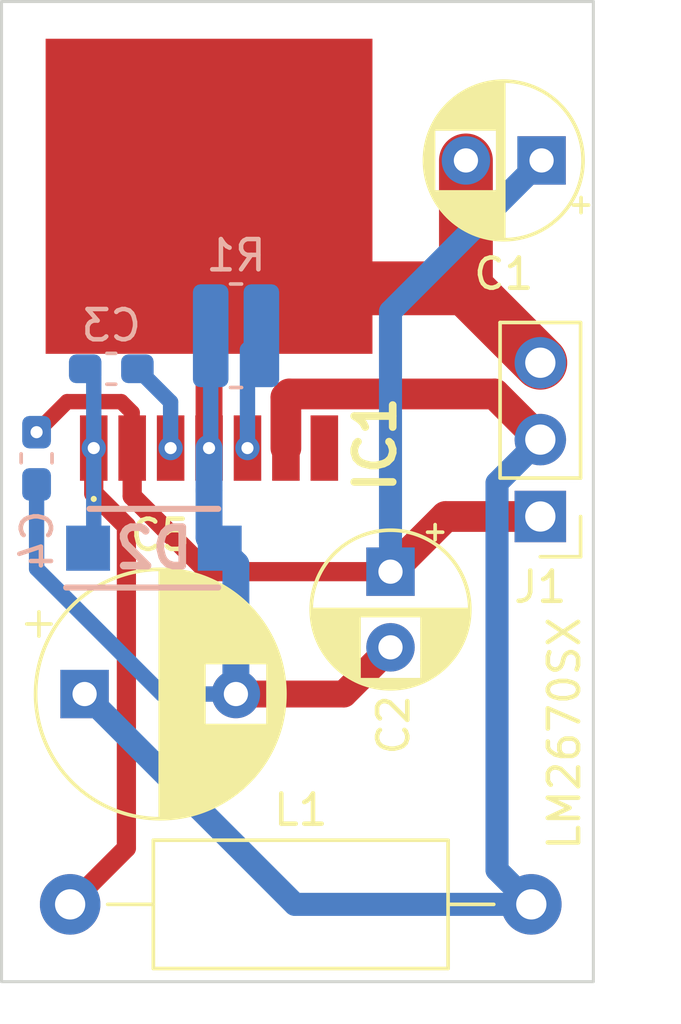
<source format=kicad_pcb>
(kicad_pcb (version 20221018) (generator pcbnew)
  (layers (0 "F.Cu" signal) (31 "B.Cu" signal) (34 "B.Paste" user) (35 "F.Paste" user) (36 "B.SilkS" user "B.Silkscreen") (37 "F.SilkS" user "F.Silkscreen") (38 "B.Mask" user) (39 "F.Mask" user) (44 "Edge.Cuts" user))
  (net 0 "")
  (net 1 "+VDC")
  (net 2 "GND")
  (net 3 "Net-(IC1-CBOOST{slash}CB)")
  (net 4 "Net-(IC1-SWITCH_OUTPUT)")
  (net 5 "+3V3")
  (net 6 "Net-(IC1-SYNC)")
  (footprint "Connector_PinHeader_2.54mm:PinHeader_1x03_P2.54mm_Vertical" (layer "F.Cu") (at 188.7477 101.4702 180)
    (fp_text reference "J1" (at 0 -2.33 180) (layer "F.SilkS"))
    (fp_text value "Conn_01x03")
    (fp_line (start -1.33 -1.33) (end 0 -1.33) (stroke (width 0.12)) (layer "F.SilkS"))
    (fp_line (start -1.33 0) (end -1.33 -1.33) (stroke (width 0.12)) (layer "F.SilkS"))
    (fp_line (start -1.33 1.27) (end -1.33 6.41) (stroke (width 0.12)) (layer "F.SilkS"))
    (fp_line (start -1.33 1.27) (end 1.33 1.27) (stroke (width 0.12)) (layer "F.SilkS"))
    (fp_line (start -1.33 6.41) (end 1.33 6.41) (stroke (width 0.12)) (layer "F.SilkS"))
    (fp_line (start 1.33 1.27) (end 1.33 6.41) (stroke (width 0.12)) (layer "F.SilkS"))
    (pad "1" thru_hole rect (at 0 0 180) (size 1.7 1.7) (drill 1) (layers "*.Cu" "*.Mask") (net 1 "+VDC"))
    (pad "2" thru_hole oval (at 0 2.54 180) (size 1.7 1.7) (drill 1) (layers "*.Cu" "*.Mask") (net 5 "+3V3"))
    (pad "3" thru_hole oval (at 0 5.08 180) (size 1.7 1.7) (drill 1) (layers "*.Cu" "*.Mask") (net 2 "GND"))
  )
  (footprint "Capacitor_THT:CP_Radial_D5.0mm_P2.50mm" (layer "F.Cu") (at 183.796514 103.293055 -90)
    (fp_text reference "C2" (at 5.063043 -0.099899 90) (layer "F.SilkS"))
    (fp_text value "15uF")
    (fp_line (start -1.554775 -1.475) (end -1.054775 -1.475) (stroke (width 0.12)) (layer "F.SilkS"))
    (fp_line (start -1.304775 -1.725) (end -1.304775 -1.225) (stroke (width 0.12)) (layer "F.SilkS"))
    (fp_line (start 1.25 -2.58) (end 1.25 2.58) (stroke (width 0.12)) (layer "F.SilkS"))
    (fp_line (start 1.29 -2.58) (end 1.29 2.58) (stroke (width 0.12)) (layer "F.SilkS"))
    (fp_line (start 1.33 -2.579) (end 1.33 2.579) (stroke (width 0.12)) (layer "F.SilkS"))
    (fp_line (start 1.37 -2.578) (end 1.37 2.578) (stroke (width 0.12)) (layer "F.SilkS"))
    (fp_line (start 1.41 -2.576) (end 1.41 2.576) (stroke (width 0.12)) (layer "F.SilkS"))
    (fp_line (start 1.45 -2.573) (end 1.45 2.573) (stroke (width 0.12)) (layer "F.SilkS"))
    (fp_line (start 1.49 -2.569) (end 1.49 -1.04) (stroke (width 0.12)) (layer "F.SilkS"))
    (fp_line (start 1.49 1.04) (end 1.49 2.569) (stroke (width 0.12)) (layer "F.SilkS"))
    (fp_line (start 1.53 -2.565) (end 1.53 -1.04) (stroke (width 0.12)) (layer "F.SilkS"))
    (fp_line (start 1.53 1.04) (end 1.53 2.565) (stroke (width 0.12)) (layer "F.SilkS"))
    (fp_line (start 1.57 -2.561) (end 1.57 -1.04) (stroke (width 0.12)) (layer "F.SilkS"))
    (fp_line (start 1.57 1.04) (end 1.57 2.561) (stroke (width 0.12)) (layer "F.SilkS"))
    (fp_line (start 1.61 -2.556) (end 1.61 -1.04) (stroke (width 0.12)) (layer "F.SilkS"))
    (fp_line (start 1.61 1.04) (end 1.61 2.556) (stroke (width 0.12)) (layer "F.SilkS"))
    (fp_line (start 1.65 -2.55) (end 1.65 -1.04) (stroke (width 0.12)) (layer "F.SilkS"))
    (fp_line (start 1.65 1.04) (end 1.65 2.55) (stroke (width 0.12)) (layer "F.SilkS"))
    (fp_line (start 1.69 -2.543) (end 1.69 -1.04) (stroke (width 0.12)) (layer "F.SilkS"))
    (fp_line (start 1.69 1.04) (end 1.69 2.543) (stroke (width 0.12)) (layer "F.SilkS"))
    (fp_line (start 1.73 -2.536) (end 1.73 -1.04) (stroke (width 0.12)) (layer "F.SilkS"))
    (fp_line (start 1.73 1.04) (end 1.73 2.536) (stroke (width 0.12)) (layer "F.SilkS"))
    (fp_line (start 1.77 -2.528) (end 1.77 -1.04) (stroke (width 0.12)) (layer "F.SilkS"))
    (fp_line (start 1.77 1.04) (end 1.77 2.528) (stroke (width 0.12)) (layer "F.SilkS"))
    (fp_line (start 1.81 -2.52) (end 1.81 -1.04) (stroke (width 0.12)) (layer "F.SilkS"))
    (fp_line (start 1.81 1.04) (end 1.81 2.52) (stroke (width 0.12)) (layer "F.SilkS"))
    (fp_line (start 1.85 -2.511) (end 1.85 -1.04) (stroke (width 0.12)) (layer "F.SilkS"))
    (fp_line (start 1.85 1.04) (end 1.85 2.511) (stroke (width 0.12)) (layer "F.SilkS"))
    (fp_line (start 1.89 -2.501) (end 1.89 -1.04) (stroke (width 0.12)) (layer "F.SilkS"))
    (fp_line (start 1.89 1.04) (end 1.89 2.501) (stroke (width 0.12)) (layer "F.SilkS"))
    (fp_line (start 1.93 -2.491) (end 1.93 -1.04) (stroke (width 0.12)) (layer "F.SilkS"))
    (fp_line (start 1.93 1.04) (end 1.93 2.491) (stroke (width 0.12)) (layer "F.SilkS"))
    (fp_line (start 1.971 -2.48) (end 1.971 -1.04) (stroke (width 0.12)) (layer "F.SilkS"))
    (fp_line (start 1.971 1.04) (end 1.971 2.48) (stroke (width 0.12)) (layer "F.SilkS"))
    (fp_line (start 2.011 -2.468) (end 2.011 -1.04) (stroke (width 0.12)) (layer "F.SilkS"))
    (fp_line (start 2.011 1.04) (end 2.011 2.468) (stroke (width 0.12)) (layer "F.SilkS"))
    (fp_line (start 2.051 -2.455) (end 2.051 -1.04) (stroke (width 0.12)) (layer "F.SilkS"))
    (fp_line (start 2.051 1.04) (end 2.051 2.455) (stroke (width 0.12)) (layer "F.SilkS"))
    (fp_line (start 2.091 -2.442) (end 2.091 -1.04) (stroke (width 0.12)) (layer "F.SilkS"))
    (fp_line (start 2.091 1.04) (end 2.091 2.442) (stroke (width 0.12)) (layer "F.SilkS"))
    (fp_line (start 2.131 -2.428) (end 2.131 -1.04) (stroke (width 0.12)) (layer "F.SilkS"))
    (fp_line (start 2.131 1.04) (end 2.131 2.428) (stroke (width 0.12)) (layer "F.SilkS"))
    (fp_line (start 2.171 -2.414) (end 2.171 -1.04) (stroke (width 0.12)) (layer "F.SilkS"))
    (fp_line (start 2.171 1.04) (end 2.171 2.414) (stroke (width 0.12)) (layer "F.SilkS"))
    (fp_line (start 2.211 -2.398) (end 2.211 -1.04) (stroke (width 0.12)) (layer "F.SilkS"))
    (fp_line (start 2.211 1.04) (end 2.211 2.398) (stroke (width 0.12)) (layer "F.SilkS"))
    (fp_line (start 2.251 -2.382) (end 2.251 -1.04) (stroke (width 0.12)) (layer "F.SilkS"))
    (fp_line (start 2.251 1.04) (end 2.251 2.382) (stroke (width 0.12)) (layer "F.SilkS"))
    (fp_line (start 2.291 -2.365) (end 2.291 -1.04) (stroke (width 0.12)) (layer "F.SilkS"))
    (fp_line (start 2.291 1.04) (end 2.291 2.365) (stroke (width 0.12)) (layer "F.SilkS"))
    (fp_line (start 2.331 -2.348) (end 2.331 -1.04) (stroke (width 0.12)) (layer "F.SilkS"))
    (fp_line (start 2.331 1.04) (end 2.331 2.348) (stroke (width 0.12)) (layer "F.SilkS"))
    (fp_line (start 2.371 -2.329) (end 2.371 -1.04) (stroke (width 0.12)) (layer "F.SilkS"))
    (fp_line (start 2.371 1.04) (end 2.371 2.329) (stroke (width 0.12)) (layer "F.SilkS"))
    (fp_line (start 2.411 -2.31) (end 2.411 -1.04) (stroke (width 0.12)) (layer "F.SilkS"))
    (fp_line (start 2.411 1.04) (end 2.411 2.31) (stroke (width 0.12)) (layer "F.SilkS"))
    (fp_line (start 2.451 -2.29) (end 2.451 -1.04) (stroke (width 0.12)) (layer "F.SilkS"))
    (fp_line (start 2.451 1.04) (end 2.451 2.29) (stroke (width 0.12)) (layer "F.SilkS"))
    (fp_line (start 2.491 -2.268) (end 2.491 -1.04) (stroke (width 0.12)) (layer "F.SilkS"))
    (fp_line (start 2.491 1.04) (end 2.491 2.268) (stroke (width 0.12)) (layer "F.SilkS"))
    (fp_line (start 2.531 -2.247) (end 2.531 -1.04) (stroke (width 0.12)) (layer "F.SilkS"))
    (fp_line (start 2.531 1.04) (end 2.531 2.247) (stroke (width 0.12)) (layer "F.SilkS"))
    (fp_line (start 2.571 -2.224) (end 2.571 -1.04) (stroke (width 0.12)) (layer "F.SilkS"))
    (fp_line (start 2.571 1.04) (end 2.571 2.224) (stroke (width 0.12)) (layer "F.SilkS"))
    (fp_line (start 2.611 -2.2) (end 2.611 -1.04) (stroke (width 0.12)) (layer "F.SilkS"))
    (fp_line (start 2.611 1.04) (end 2.611 2.2) (stroke (width 0.12)) (layer "F.SilkS"))
    (fp_line (start 2.651 -2.175) (end 2.651 -1.04) (stroke (width 0.12)) (layer "F.SilkS"))
    (fp_line (start 2.651 1.04) (end 2.651 2.175) (stroke (width 0.12)) (layer "F.SilkS"))
    (fp_line (start 2.691 -2.149) (end 2.691 -1.04) (stroke (width 0.12)) (layer "F.SilkS"))
    (fp_line (start 2.691 1.04) (end 2.691 2.149) (stroke (width 0.12)) (layer "F.SilkS"))
    (fp_line (start 2.731 -2.122) (end 2.731 -1.04) (stroke (width 0.12)) (layer "F.SilkS"))
    (fp_line (start 2.731 1.04) (end 2.731 2.122) (stroke (width 0.12)) (layer "F.SilkS"))
    (fp_line (start 2.771 -2.095) (end 2.771 -1.04) (stroke (width 0.12)) (layer "F.SilkS"))
    (fp_line (start 2.771 1.04) (end 2.771 2.095) (stroke (width 0.12)) (layer "F.SilkS"))
    (fp_line (start 2.811 -2.065) (end 2.811 -1.04) (stroke (width 0.12)) (layer "F.SilkS"))
    (fp_line (start 2.811 1.04) (end 2.811 2.065) (stroke (width 0.12)) (layer "F.SilkS"))
    (fp_line (start 2.851 -2.035) (end 2.851 -1.04) (stroke (width 0.12)) (layer "F.SilkS"))
    (fp_line (start 2.851 1.04) (end 2.851 2.035) (stroke (width 0.12)) (layer "F.SilkS"))
    (fp_line (start 2.891 -2.004) (end 2.891 -1.04) (stroke (width 0.12)) (layer "F.SilkS"))
    (fp_line (start 2.891 1.04) (end 2.891 2.004) (stroke (width 0.12)) (layer "F.SilkS"))
    (fp_line (start 2.931 -1.971) (end 2.931 -1.04) (stroke (width 0.12)) (layer "F.SilkS"))
    (fp_line (start 2.931 1.04) (end 2.931 1.971) (stroke (width 0.12)) (layer "F.SilkS"))
    (fp_line (start 2.971 -1.937) (end 2.971 -1.04) (stroke (width 0.12)) (layer "F.SilkS"))
    (fp_line (start 2.971 1.04) (end 2.971 1.937) (stroke (width 0.12)) (layer "F.SilkS"))
    (fp_line (start 3.011 -1.901) (end 3.011 -1.04) (stroke (width 0.12)) (layer "F.SilkS"))
    (fp_line (start 3.011 1.04) (end 3.011 1.901) (stroke (width 0.12)) (layer "F.SilkS"))
    (fp_line (start 3.051 -1.864) (end 3.051 -1.04) (stroke (width 0.12)) (layer "F.SilkS"))
    (fp_line (start 3.051 1.04) (end 3.051 1.864) (stroke (width 0.12)) (layer "F.SilkS"))
    (fp_line (start 3.091 -1.826) (end 3.091 -1.04) (stroke (width 0.12)) (layer "F.SilkS"))
    (fp_line (start 3.091 1.04) (end 3.091 1.826) (stroke (width 0.12)) (layer "F.SilkS"))
    (fp_line (start 3.131 -1.785) (end 3.131 -1.04) (stroke (width 0.12)) (layer "F.SilkS"))
    (fp_line (start 3.131 1.04) (end 3.131 1.785) (stroke (width 0.12)) (layer "F.SilkS"))
    (fp_line (start 3.171 -1.743) (end 3.171 -1.04) (stroke (width 0.12)) (layer "F.SilkS"))
    (fp_line (start 3.171 1.04) (end 3.171 1.743) (stroke (width 0.12)) (layer "F.SilkS"))
    (fp_line (start 3.211 -1.699) (end 3.211 -1.04) (stroke (width 0.12)) (layer "F.SilkS"))
    (fp_line (start 3.211 1.04) (end 3.211 1.699) (stroke (width 0.12)) (layer "F.SilkS"))
    (fp_line (start 3.251 -1.653) (end 3.251 -1.04) (stroke (width 0.12)) (layer "F.SilkS"))
    (fp_line (start 3.251 1.04) (end 3.251 1.653) (stroke (width 0.12)) (layer "F.SilkS"))
    (fp_line (start 3.291 -1.605) (end 3.291 -1.04) (stroke (width 0.12)) (layer "F.SilkS"))
    (fp_line (start 3.291 1.04) (end 3.291 1.605) (stroke (width 0.12)) (layer "F.SilkS"))
    (fp_line (start 3.331 -1.554) (end 3.331 -1.04) (stroke (width 0.12)) (layer "F.SilkS"))
    (fp_line (start 3.331 1.04) (end 3.331 1.554) (stroke (width 0.12)) (layer "F.SilkS"))
    (fp_line (start 3.371 -1.5) (end 3.371 -1.04) (stroke (width 0.12)) (layer "F.SilkS"))
    (fp_line (start 3.371 1.04) (end 3.371 1.5) (stroke (width 0.12)) (layer "F.SilkS"))
    (fp_line (start 3.411 -1.443) (end 3.411 -1.04) (stroke (width 0.12)) (layer "F.SilkS"))
    (fp_line (start 3.411 1.04) (end 3.411 1.443) (stroke (width 0.12)) (layer "F.SilkS"))
    (fp_line (start 3.451 -1.383) (end 3.451 -1.04) (stroke (width 0.12)) (layer "F.SilkS"))
    (fp_line (start 3.451 1.04) (end 3.451 1.383) (stroke (width 0.12)) (layer "F.SilkS"))
    (fp_line (start 3.491 -1.319) (end 3.491 -1.04) (stroke (width 0.12)) (layer "F.SilkS"))
    (fp_line (start 3.491 1.04) (end 3.491 1.319) (stroke (width 0.12)) (layer "F.SilkS"))
    (fp_line (start 3.531 -1.251) (end 3.531 -1.04) (stroke (width 0.12)) (layer "F.SilkS"))
    (fp_line (start 3.531 1.04) (end 3.531 1.251) (stroke (width 0.12)) (layer "F.SilkS"))
    (fp_line (start 3.571 -1.178) (end 3.571 1.178) (stroke (width 0.12)) (layer "F.SilkS"))
    (fp_line (start 3.611 -1.098) (end 3.611 1.098) (stroke (width 0.12)) (layer "F.SilkS"))
    (fp_line (start 3.651 -1.011) (end 3.651 1.011) (stroke (width 0.12)) (layer "F.SilkS"))
    (fp_line (start 3.691 -0.915) (end 3.691 0.915) (stroke (width 0.12)) (layer "F.SilkS"))
    (fp_line (start 3.731 -0.805) (end 3.731 0.805) (stroke (width 0.12)) (layer "F.SilkS"))
    (fp_line (start 3.771 -0.677) (end 3.771 0.677) (stroke (width 0.12)) (layer "F.SilkS"))
    (fp_line (start 3.811 -0.518) (end 3.811 0.518) (stroke (width 0.12)) (layer "F.SilkS"))
    (fp_line (start 3.851 -0.284) (end 3.851 0.284) (stroke (width 0.12)) (layer "F.SilkS"))
    (fp_circle (center 1.25 0) (end 3.87 0) (stroke (width 0.12)) (fill none) (layer "F.SilkS"))
    (pad "1" thru_hole rect (at 0 0 270) (size 1.6 1.6) (drill 0.8) (layers "*.Cu" "*.Mask") (net 1 "+VDC"))
    (pad "2" thru_hole circle (at 2.5 0 270) (size 1.6 1.6) (drill 0.8) (layers "*.Cu" "*.Mask") (net 2 "GND"))
  )
  (footprint "Capacitor_THT:CP_Radial_D5.0mm_P2.50mm" (layer "F.Cu") (at 188.788945 89.705684 180)
    (fp_text reference "C1" (at 1.25 -3.75) (layer "F.SilkS"))
    (fp_text value "15uF")
    (fp_line (start -1.554775 -1.475) (end -1.054775 -1.475) (stroke (width 0.12)) (layer "F.SilkS"))
    (fp_line (start -1.304775 -1.725) (end -1.304775 -1.225) (stroke (width 0.12)) (layer "F.SilkS"))
    (fp_line (start 1.25 -2.58) (end 1.25 2.58) (stroke (width 0.12)) (layer "F.SilkS"))
    (fp_line (start 1.29 -2.58) (end 1.29 2.58) (stroke (width 0.12)) (layer "F.SilkS"))
    (fp_line (start 1.33 -2.579) (end 1.33 2.579) (stroke (width 0.12)) (layer "F.SilkS"))
    (fp_line (start 1.37 -2.578) (end 1.37 2.578) (stroke (width 0.12)) (layer "F.SilkS"))
    (fp_line (start 1.41 -2.576) (end 1.41 2.576) (stroke (width 0.12)) (layer "F.SilkS"))
    (fp_line (start 1.45 -2.573) (end 1.45 2.573) (stroke (width 0.12)) (layer "F.SilkS"))
    (fp_line (start 1.49 -2.569) (end 1.49 -1.04) (stroke (width 0.12)) (layer "F.SilkS"))
    (fp_line (start 1.49 1.04) (end 1.49 2.569) (stroke (width 0.12)) (layer "F.SilkS"))
    (fp_line (start 1.53 -2.565) (end 1.53 -1.04) (stroke (width 0.12)) (layer "F.SilkS"))
    (fp_line (start 1.53 1.04) (end 1.53 2.565) (stroke (width 0.12)) (layer "F.SilkS"))
    (fp_line (start 1.57 -2.561) (end 1.57 -1.04) (stroke (width 0.12)) (layer "F.SilkS"))
    (fp_line (start 1.57 1.04) (end 1.57 2.561) (stroke (width 0.12)) (layer "F.SilkS"))
    (fp_line (start 1.61 -2.556) (end 1.61 -1.04) (stroke (width 0.12)) (layer "F.SilkS"))
    (fp_line (start 1.61 1.04) (end 1.61 2.556) (stroke (width 0.12)) (layer "F.SilkS"))
    (fp_line (start 1.65 -2.55) (end 1.65 -1.04) (stroke (width 0.12)) (layer "F.SilkS"))
    (fp_line (start 1.65 1.04) (end 1.65 2.55) (stroke (width 0.12)) (layer "F.SilkS"))
    (fp_line (start 1.69 -2.543) (end 1.69 -1.04) (stroke (width 0.12)) (layer "F.SilkS"))
    (fp_line (start 1.69 1.04) (end 1.69 2.543) (stroke (width 0.12)) (layer "F.SilkS"))
    (fp_line (start 1.73 -2.536) (end 1.73 -1.04) (stroke (width 0.12)) (layer "F.SilkS"))
    (fp_line (start 1.73 1.04) (end 1.73 2.536) (stroke (width 0.12)) (layer "F.SilkS"))
    (fp_line (start 1.77 -2.528) (end 1.77 -1.04) (stroke (width 0.12)) (layer "F.SilkS"))
    (fp_line (start 1.77 1.04) (end 1.77 2.528) (stroke (width 0.12)) (layer "F.SilkS"))
    (fp_line (start 1.81 -2.52) (end 1.81 -1.04) (stroke (width 0.12)) (layer "F.SilkS"))
    (fp_line (start 1.81 1.04) (end 1.81 2.52) (stroke (width 0.12)) (layer "F.SilkS"))
    (fp_line (start 1.85 -2.511) (end 1.85 -1.04) (stroke (width 0.12)) (layer "F.SilkS"))
    (fp_line (start 1.85 1.04) (end 1.85 2.511) (stroke (width 0.12)) (layer "F.SilkS"))
    (fp_line (start 1.89 -2.501) (end 1.89 -1.04) (stroke (width 0.12)) (layer "F.SilkS"))
    (fp_line (start 1.89 1.04) (end 1.89 2.501) (stroke (width 0.12)) (layer "F.SilkS"))
    (fp_line (start 1.93 -2.491) (end 1.93 -1.04) (stroke (width 0.12)) (layer "F.SilkS"))
    (fp_line (start 1.93 1.04) (end 1.93 2.491) (stroke (width 0.12)) (layer "F.SilkS"))
    (fp_line (start 1.971 -2.48) (end 1.971 -1.04) (stroke (width 0.12)) (layer "F.SilkS"))
    (fp_line (start 1.971 1.04) (end 1.971 2.48) (stroke (width 0.12)) (layer "F.SilkS"))
    (fp_line (start 2.011 -2.468) (end 2.011 -1.04) (stroke (width 0.12)) (layer "F.SilkS"))
    (fp_line (start 2.011 1.04) (end 2.011 2.468) (stroke (width 0.12)) (layer "F.SilkS"))
    (fp_line (start 2.051 -2.455) (end 2.051 -1.04) (stroke (width 0.12)) (layer "F.SilkS"))
    (fp_line (start 2.051 1.04) (end 2.051 2.455) (stroke (width 0.12)) (layer "F.SilkS"))
    (fp_line (start 2.091 -2.442) (end 2.091 -1.04) (stroke (width 0.12)) (layer "F.SilkS"))
    (fp_line (start 2.091 1.04) (end 2.091 2.442) (stroke (width 0.12)) (layer "F.SilkS"))
    (fp_line (start 2.131 -2.428) (end 2.131 -1.04) (stroke (width 0.12)) (layer "F.SilkS"))
    (fp_line (start 2.131 1.04) (end 2.131 2.428) (stroke (width 0.12)) (layer "F.SilkS"))
    (fp_line (start 2.171 -2.414) (end 2.171 -1.04) (stroke (width 0.12)) (layer "F.SilkS"))
    (fp_line (start 2.171 1.04) (end 2.171 2.414) (stroke (width 0.12)) (layer "F.SilkS"))
    (fp_line (start 2.211 -2.398) (end 2.211 -1.04) (stroke (width 0.12)) (layer "F.SilkS"))
    (fp_line (start 2.211 1.04) (end 2.211 2.398) (stroke (width 0.12)) (layer "F.SilkS"))
    (fp_line (start 2.251 -2.382) (end 2.251 -1.04) (stroke (width 0.12)) (layer "F.SilkS"))
    (fp_line (start 2.251 1.04) (end 2.251 2.382) (stroke (width 0.12)) (layer "F.SilkS"))
    (fp_line (start 2.291 -2.365) (end 2.291 -1.04) (stroke (width 0.12)) (layer "F.SilkS"))
    (fp_line (start 2.291 1.04) (end 2.291 2.365) (stroke (width 0.12)) (layer "F.SilkS"))
    (fp_line (start 2.331 -2.348) (end 2.331 -1.04) (stroke (width 0.12)) (layer "F.SilkS"))
    (fp_line (start 2.331 1.04) (end 2.331 2.348) (stroke (width 0.12)) (layer "F.SilkS"))
    (fp_line (start 2.371 -2.329) (end 2.371 -1.04) (stroke (width 0.12)) (layer "F.SilkS"))
    (fp_line (start 2.371 1.04) (end 2.371 2.329) (stroke (width 0.12)) (layer "F.SilkS"))
    (fp_line (start 2.411 -2.31) (end 2.411 -1.04) (stroke (width 0.12)) (layer "F.SilkS"))
    (fp_line (start 2.411 1.04) (end 2.411 2.31) (stroke (width 0.12)) (layer "F.SilkS"))
    (fp_line (start 2.451 -2.29) (end 2.451 -1.04) (stroke (width 0.12)) (layer "F.SilkS"))
    (fp_line (start 2.451 1.04) (end 2.451 2.29) (stroke (width 0.12)) (layer "F.SilkS"))
    (fp_line (start 2.491 -2.268) (end 2.491 -1.04) (stroke (width 0.12)) (layer "F.SilkS"))
    (fp_line (start 2.491 1.04) (end 2.491 2.268) (stroke (width 0.12)) (layer "F.SilkS"))
    (fp_line (start 2.531 -2.247) (end 2.531 -1.04) (stroke (width 0.12)) (layer "F.SilkS"))
    (fp_line (start 2.531 1.04) (end 2.531 2.247) (stroke (width 0.12)) (layer "F.SilkS"))
    (fp_line (start 2.571 -2.224) (end 2.571 -1.04) (stroke (width 0.12)) (layer "F.SilkS"))
    (fp_line (start 2.571 1.04) (end 2.571 2.224) (stroke (width 0.12)) (layer "F.SilkS"))
    (fp_line (start 2.611 -2.2) (end 2.611 -1.04) (stroke (width 0.12)) (layer "F.SilkS"))
    (fp_line (start 2.611 1.04) (end 2.611 2.2) (stroke (width 0.12)) (layer "F.SilkS"))
    (fp_line (start 2.651 -2.175) (end 2.651 -1.04) (stroke (width 0.12)) (layer "F.SilkS"))
    (fp_line (start 2.651 1.04) (end 2.651 2.175) (stroke (width 0.12)) (layer "F.SilkS"))
    (fp_line (start 2.691 -2.149) (end 2.691 -1.04) (stroke (width 0.12)) (layer "F.SilkS"))
    (fp_line (start 2.691 1.04) (end 2.691 2.149) (stroke (width 0.12)) (layer "F.SilkS"))
    (fp_line (start 2.731 -2.122) (end 2.731 -1.04) (stroke (width 0.12)) (layer "F.SilkS"))
    (fp_line (start 2.731 1.04) (end 2.731 2.122) (stroke (width 0.12)) (layer "F.SilkS"))
    (fp_line (start 2.771 -2.095) (end 2.771 -1.04) (stroke (width 0.12)) (layer "F.SilkS"))
    (fp_line (start 2.771 1.04) (end 2.771 2.095) (stroke (width 0.12)) (layer "F.SilkS"))
    (fp_line (start 2.811 -2.065) (end 2.811 -1.04) (stroke (width 0.12)) (layer "F.SilkS"))
    (fp_line (start 2.811 1.04) (end 2.811 2.065) (stroke (width 0.12)) (layer "F.SilkS"))
    (fp_line (start 2.851 -2.035) (end 2.851 -1.04) (stroke (width 0.12)) (layer "F.SilkS"))
    (fp_line (start 2.851 1.04) (end 2.851 2.035) (stroke (width 0.12)) (layer "F.SilkS"))
    (fp_line (start 2.891 -2.004) (end 2.891 -1.04) (stroke (width 0.12)) (layer "F.SilkS"))
    (fp_line (start 2.891 1.04) (end 2.891 2.004) (stroke (width 0.12)) (layer "F.SilkS"))
    (fp_line (start 2.931 -1.971) (end 2.931 -1.04) (stroke (width 0.12)) (layer "F.SilkS"))
    (fp_line (start 2.931 1.04) (end 2.931 1.971) (stroke (width 0.12)) (layer "F.SilkS"))
    (fp_line (start 2.971 -1.937) (end 2.971 -1.04) (stroke (width 0.12)) (layer "F.SilkS"))
    (fp_line (start 2.971 1.04) (end 2.971 1.937) (stroke (width 0.12)) (layer "F.SilkS"))
    (fp_line (start 3.011 -1.901) (end 3.011 -1.04) (stroke (width 0.12)) (layer "F.SilkS"))
    (fp_line (start 3.011 1.04) (end 3.011 1.901) (stroke (width 0.12)) (layer "F.SilkS"))
    (fp_line (start 3.051 -1.864) (end 3.051 -1.04) (stroke (width 0.12)) (layer "F.SilkS"))
    (fp_line (start 3.051 1.04) (end 3.051 1.864) (stroke (width 0.12)) (layer "F.SilkS"))
    (fp_line (start 3.091 -1.826) (end 3.091 -1.04) (stroke (width 0.12)) (layer "F.SilkS"))
    (fp_line (start 3.091 1.04) (end 3.091 1.826) (stroke (width 0.12)) (layer "F.SilkS"))
    (fp_line (start 3.131 -1.785) (end 3.131 -1.04) (stroke (width 0.12)) (layer "F.SilkS"))
    (fp_line (start 3.131 1.04) (end 3.131 1.785) (stroke (width 0.12)) (layer "F.SilkS"))
    (fp_line (start 3.171 -1.743) (end 3.171 -1.04) (stroke (width 0.12)) (layer "F.SilkS"))
    (fp_line (start 3.171 1.04) (end 3.171 1.743) (stroke (width 0.12)) (layer "F.SilkS"))
    (fp_line (start 3.211 -1.699) (end 3.211 -1.04) (stroke (width 0.12)) (layer "F.SilkS"))
    (fp_line (start 3.211 1.04) (end 3.211 1.699) (stroke (width 0.12)) (layer "F.SilkS"))
    (fp_line (start 3.251 -1.653) (end 3.251 -1.04) (stroke (width 0.12)) (layer "F.SilkS"))
    (fp_line (start 3.251 1.04) (end 3.251 1.653) (stroke (width 0.12)) (layer "F.SilkS"))
    (fp_line (start 3.291 -1.605) (end 3.291 -1.04) (stroke (width 0.12)) (layer "F.SilkS"))
    (fp_line (start 3.291 1.04) (end 3.291 1.605) (stroke (width 0.12)) (layer "F.SilkS"))
    (fp_line (start 3.331 -1.554) (end 3.331 -1.04) (stroke (width 0.12)) (layer "F.SilkS"))
    (fp_line (start 3.331 1.04) (end 3.331 1.554) (stroke (width 0.12)) (layer "F.SilkS"))
    (fp_line (start 3.371 -1.5) (end 3.371 -1.04) (stroke (width 0.12)) (layer "F.SilkS"))
    (fp_line (start 3.371 1.04) (end 3.371 1.5) (stroke (width 0.12)) (layer "F.SilkS"))
    (fp_line (start 3.411 -1.443) (end 3.411 -1.04) (stroke (width 0.12)) (layer "F.SilkS"))
    (fp_line (start 3.411 1.04) (end 3.411 1.443) (stroke (width 0.12)) (layer "F.SilkS"))
    (fp_line (start 3.451 -1.383) (end 3.451 -1.04) (stroke (width 0.12)) (layer "F.SilkS"))
    (fp_line (start 3.451 1.04) (end 3.451 1.383) (stroke (width 0.12)) (layer "F.SilkS"))
    (fp_line (start 3.491 -1.319) (end 3.491 -1.04) (stroke (width 0.12)) (layer "F.SilkS"))
    (fp_line (start 3.491 1.04) (end 3.491 1.319) (stroke (width 0.12)) (layer "F.SilkS"))
    (fp_line (start 3.531 -1.251) (end 3.531 -1.04) (stroke (width 0.12)) (layer "F.SilkS"))
    (fp_line (start 3.531 1.04) (end 3.531 1.251) (stroke (width 0.12)) (layer "F.SilkS"))
    (fp_line (start 3.571 -1.178) (end 3.571 1.178) (stroke (width 0.12)) (layer "F.SilkS"))
    (fp_line (start 3.611 -1.098) (end 3.611 1.098) (stroke (width 0.12)) (layer "F.SilkS"))
    (fp_line (start 3.651 -1.011) (end 3.651 1.011) (stroke (width 0.12)) (layer "F.SilkS"))
    (fp_line (start 3.691 -0.915) (end 3.691 0.915) (stroke (width 0.12)) (layer "F.SilkS"))
    (fp_line (start 3.731 -0.805) (end 3.731 0.805) (stroke (width 0.12)) (layer "F.SilkS"))
    (fp_line (start 3.771 -0.677) (end 3.771 0.677) (stroke (width 0.12)) (layer "F.SilkS"))
    (fp_line (start 3.811 -0.518) (end 3.811 0.518) (stroke (width 0.12)) (layer "F.SilkS"))
    (fp_line (start 3.851 -0.284) (end 3.851 0.284) (stroke (width 0.12)) (layer "F.SilkS"))
    (fp_circle (center 1.25 0) (end 3.87 0) (stroke (width 0.12)) (fill none) (layer "F.SilkS"))
    (pad "1" thru_hole rect (at 0 0 180) (size 1.6 1.6) (drill 0.8) (layers "*.Cu" "*.Mask") (net 1 "+VDC"))
    (pad "2" thru_hole circle (at 2.5 0 180) (size 1.6 1.6) (drill 0.8) (layers "*.Cu" "*.Mask") (net 2 "GND"))
  )
  (footprint "Capacitor_THT:CP_Radial_D8.0mm_P5.00mm" (layer "F.Cu") (at 173.687637 107.336169)
    (fp_text reference "C5" (at 2.5 -5.25) (layer "F.SilkS"))
    (fp_text value "120uF")
    (fp_line (start -1.909698 -2.315) (end -1.109698 -2.315) (stroke (width 0.12)) (layer "F.SilkS"))
    (fp_line (start -1.509698 -2.715) (end -1.509698 -1.915) (stroke (width 0.12)) (layer "F.SilkS"))
    (fp_line (start 2.5 -4.08) (end 2.5 4.08) (stroke (width 0.12)) (layer "F.SilkS"))
    (fp_line (start 2.54 -4.08) (end 2.54 4.08) (stroke (width 0.12)) (layer "F.SilkS"))
    (fp_line (start 2.58 -4.08) (end 2.58 4.08) (stroke (width 0.12)) (layer "F.SilkS"))
    (fp_line (start 2.62 -4.079) (end 2.62 4.079) (stroke (width 0.12)) (layer "F.SilkS"))
    (fp_line (start 2.66 -4.077) (end 2.66 4.077) (stroke (width 0.12)) (layer "F.SilkS"))
    (fp_line (start 2.7 -4.076) (end 2.7 4.076) (stroke (width 0.12)) (layer "F.SilkS"))
    (fp_line (start 2.74 -4.074) (end 2.74 4.074) (stroke (width 0.12)) (layer "F.SilkS"))
    (fp_line (start 2.78 -4.071) (end 2.78 4.071) (stroke (width 0.12)) (layer "F.SilkS"))
    (fp_line (start 2.82 -4.068) (end 2.82 4.068) (stroke (width 0.12)) (layer "F.SilkS"))
    (fp_line (start 2.86 -4.065) (end 2.86 4.065) (stroke (width 0.12)) (layer "F.SilkS"))
    (fp_line (start 2.9 -4.061) (end 2.9 4.061) (stroke (width 0.12)) (layer "F.SilkS"))
    (fp_line (start 2.94 -4.057) (end 2.94 4.057) (stroke (width 0.12)) (layer "F.SilkS"))
    (fp_line (start 2.98 -4.052) (end 2.98 4.052) (stroke (width 0.12)) (layer "F.SilkS"))
    (fp_line (start 3.02 -4.048) (end 3.02 4.048) (stroke (width 0.12)) (layer "F.SilkS"))
    (fp_line (start 3.06 -4.042) (end 3.06 4.042) (stroke (width 0.12)) (layer "F.SilkS"))
    (fp_line (start 3.1 -4.037) (end 3.1 4.037) (stroke (width 0.12)) (layer "F.SilkS"))
    (fp_line (start 3.14 -4.03) (end 3.14 4.03) (stroke (width 0.12)) (layer "F.SilkS"))
    (fp_line (start 3.18 -4.024) (end 3.18 4.024) (stroke (width 0.12)) (layer "F.SilkS"))
    (fp_line (start 3.221 -4.017) (end 3.221 4.017) (stroke (width 0.12)) (layer "F.SilkS"))
    (fp_line (start 3.261 -4.01) (end 3.261 4.01) (stroke (width 0.12)) (layer "F.SilkS"))
    (fp_line (start 3.301 -4.002) (end 3.301 4.002) (stroke (width 0.12)) (layer "F.SilkS"))
    (fp_line (start 3.341 -3.994) (end 3.341 3.994) (stroke (width 0.12)) (layer "F.SilkS"))
    (fp_line (start 3.381 -3.985) (end 3.381 3.985) (stroke (width 0.12)) (layer "F.SilkS"))
    (fp_line (start 3.421 -3.976) (end 3.421 3.976) (stroke (width 0.12)) (layer "F.SilkS"))
    (fp_line (start 3.461 -3.967) (end 3.461 3.967) (stroke (width 0.12)) (layer "F.SilkS"))
    (fp_line (start 3.501 -3.957) (end 3.501 3.957) (stroke (width 0.12)) (layer "F.SilkS"))
    (fp_line (start 3.541 -3.947) (end 3.541 3.947) (stroke (width 0.12)) (layer "F.SilkS"))
    (fp_line (start 3.581 -3.936) (end 3.581 3.936) (stroke (width 0.12)) (layer "F.SilkS"))
    (fp_line (start 3.621 -3.925) (end 3.621 3.925) (stroke (width 0.12)) (layer "F.SilkS"))
    (fp_line (start 3.661 -3.914) (end 3.661 3.914) (stroke (width 0.12)) (layer "F.SilkS"))
    (fp_line (start 3.701 -3.902) (end 3.701 3.902) (stroke (width 0.12)) (layer "F.SilkS"))
    (fp_line (start 3.741 -3.889) (end 3.741 3.889) (stroke (width 0.12)) (layer "F.SilkS"))
    (fp_line (start 3.781 -3.877) (end 3.781 3.877) (stroke (width 0.12)) (layer "F.SilkS"))
    (fp_line (start 3.821 -3.863) (end 3.821 3.863) (stroke (width 0.12)) (layer "F.SilkS"))
    (fp_line (start 3.861 -3.85) (end 3.861 3.85) (stroke (width 0.12)) (layer "F.SilkS"))
    (fp_line (start 3.901 -3.835) (end 3.901 3.835) (stroke (width 0.12)) (layer "F.SilkS"))
    (fp_line (start 3.941 -3.821) (end 3.941 3.821) (stroke (width 0.12)) (layer "F.SilkS"))
    (fp_line (start 3.981 -3.805) (end 3.981 -1.04) (stroke (width 0.12)) (layer "F.SilkS"))
    (fp_line (start 3.981 1.04) (end 3.981 3.805) (stroke (width 0.12)) (layer "F.SilkS"))
    (fp_line (start 4.021 -3.79) (end 4.021 -1.04) (stroke (width 0.12)) (layer "F.SilkS"))
    (fp_line (start 4.021 1.04) (end 4.021 3.79) (stroke (width 0.12)) (layer "F.SilkS"))
    (fp_line (start 4.061 -3.774) (end 4.061 -1.04) (stroke (width 0.12)) (layer "F.SilkS"))
    (fp_line (start 4.061 1.04) (end 4.061 3.774) (stroke (width 0.12)) (layer "F.SilkS"))
    (fp_line (start 4.101 -3.757) (end 4.101 -1.04) (stroke (width 0.12)) (layer "F.SilkS"))
    (fp_line (start 4.101 1.04) (end 4.101 3.757) (stroke (width 0.12)) (layer "F.SilkS"))
    (fp_line (start 4.141 -3.74) (end 4.141 -1.04) (stroke (width 0.12)) (layer "F.SilkS"))
    (fp_line (start 4.141 1.04) (end 4.141 3.74) (stroke (width 0.12)) (layer "F.SilkS"))
    (fp_line (start 4.181 -3.722) (end 4.181 -1.04) (stroke (width 0.12)) (layer "F.SilkS"))
    (fp_line (start 4.181 1.04) (end 4.181 3.722) (stroke (width 0.12)) (layer "F.SilkS"))
    (fp_line (start 4.221 -3.704) (end 4.221 -1.04) (stroke (width 0.12)) (layer "F.SilkS"))
    (fp_line (start 4.221 1.04) (end 4.221 3.704) (stroke (width 0.12)) (layer "F.SilkS"))
    (fp_line (start 4.261 -3.686) (end 4.261 -1.04) (stroke (width 0.12)) (layer "F.SilkS"))
    (fp_line (start 4.261 1.04) (end 4.261 3.686) (stroke (width 0.12)) (layer "F.SilkS"))
    (fp_line (start 4.301 -3.666) (end 4.301 -1.04) (stroke (width 0.12)) (layer "F.SilkS"))
    (fp_line (start 4.301 1.04) (end 4.301 3.666) (stroke (width 0.12)) (layer "F.SilkS"))
    (fp_line (start 4.341 -3.647) (end 4.341 -1.04) (stroke (width 0.12)) (layer "F.SilkS"))
    (fp_line (start 4.341 1.04) (end 4.341 3.647) (stroke (width 0.12)) (layer "F.SilkS"))
    (fp_line (start 4.381 -3.627) (end 4.381 -1.04) (stroke (width 0.12)) (layer "F.SilkS"))
    (fp_line (start 4.381 1.04) (end 4.381 3.627) (stroke (width 0.12)) (layer "F.SilkS"))
    (fp_line (start 4.421 -3.606) (end 4.421 -1.04) (stroke (width 0.12)) (layer "F.SilkS"))
    (fp_line (start 4.421 1.04) (end 4.421 3.606) (stroke (width 0.12)) (layer "F.SilkS"))
    (fp_line (start 4.461 -3.584) (end 4.461 -1.04) (stroke (width 0.12)) (layer "F.SilkS"))
    (fp_line (start 4.461 1.04) (end 4.461 3.584) (stroke (width 0.12)) (layer "F.SilkS"))
    (fp_line (start 4.501 -3.562) (end 4.501 -1.04) (stroke (width 0.12)) (layer "F.SilkS"))
    (fp_line (start 4.501 1.04) (end 4.501 3.562) (stroke (width 0.12)) (layer "F.SilkS"))
    (fp_line (start 4.541 -3.54) (end 4.541 -1.04) (stroke (width 0.12)) (layer "F.SilkS"))
    (fp_line (start 4.541 1.04) (end 4.541 3.54) (stroke (width 0.12)) (layer "F.SilkS"))
    (fp_line (start 4.581 -3.517) (end 4.581 -1.04) (stroke (width 0.12)) (layer "F.SilkS"))
    (fp_line (start 4.581 1.04) (end 4.581 3.517) (stroke (width 0.12)) (layer "F.SilkS"))
    (fp_line (start 4.621 -3.493) (end 4.621 -1.04) (stroke (width 0.12)) (layer "F.SilkS"))
    (fp_line (start 4.621 1.04) (end 4.621 3.493) (stroke (width 0.12)) (layer "F.SilkS"))
    (fp_line (start 4.661 -3.469) (end 4.661 -1.04) (stroke (width 0.12)) (layer "F.SilkS"))
    (fp_line (start 4.661 1.04) (end 4.661 3.469) (stroke (width 0.12)) (layer "F.SilkS"))
    (fp_line (start 4.701 -3.444) (end 4.701 -1.04) (stroke (width 0.12)) (layer "F.SilkS"))
    (fp_line (start 4.701 1.04) (end 4.701 3.444) (stroke (width 0.12)) (layer "F.SilkS"))
    (fp_line (start 4.741 -3.418) (end 4.741 -1.04) (stroke (width 0.12)) (layer "F.SilkS"))
    (fp_line (start 4.741 1.04) (end 4.741 3.418) (stroke (width 0.12)) (layer "F.SilkS"))
    (fp_line (start 4.781 -3.392) (end 4.781 -1.04) (stroke (width 0.12)) (layer "F.SilkS"))
    (fp_line (start 4.781 1.04) (end 4.781 3.392) (stroke (width 0.12)) (layer "F.SilkS"))
    (fp_line (start 4.821 -3.365) (end 4.821 -1.04) (stroke (width 0.12)) (layer "F.SilkS"))
    (fp_line (start 4.821 1.04) (end 4.821 3.365) (stroke (width 0.12)) (layer "F.SilkS"))
    (fp_line (start 4.861 -3.338) (end 4.861 -1.04) (stroke (width 0.12)) (layer "F.SilkS"))
    (fp_line (start 4.861 1.04) (end 4.861 3.338) (stroke (width 0.12)) (layer "F.SilkS"))
    (fp_line (start 4.901 -3.309) (end 4.901 -1.04) (stroke (width 0.12)) (layer "F.SilkS"))
    (fp_line (start 4.901 1.04) (end 4.901 3.309) (stroke (width 0.12)) (layer "F.SilkS"))
    (fp_line (start 4.941 -3.28) (end 4.941 -1.04) (stroke (width 0.12)) (layer "F.SilkS"))
    (fp_line (start 4.941 1.04) (end 4.941 3.28) (stroke (width 0.12)) (layer "F.SilkS"))
    (fp_line (start 4.981 -3.25) (end 4.981 -1.04) (stroke (width 0.12)) (layer "F.SilkS"))
    (fp_line (start 4.981 1.04) (end 4.981 3.25) (stroke (width 0.12)) (layer "F.SilkS"))
    (fp_line (start 5.021 -3.22) (end 5.021 -1.04) (stroke (width 0.12)) (layer "F.SilkS"))
    (fp_line (start 5.021 1.04) (end 5.021 3.22) (stroke (width 0.12)) (layer "F.SilkS"))
    (fp_line (start 5.061 -3.189) (end 5.061 -1.04) (stroke (width 0.12)) (layer "F.SilkS"))
    (fp_line (start 5.061 1.04) (end 5.061 3.189) (stroke (width 0.12)) (layer "F.SilkS"))
    (fp_line (start 5.101 -3.156) (end 5.101 -1.04) (stroke (width 0.12)) (layer "F.SilkS"))
    (fp_line (start 5.101 1.04) (end 5.101 3.156) (stroke (width 0.12)) (layer "F.SilkS"))
    (fp_line (start 5.141 -3.124) (end 5.141 -1.04) (stroke (width 0.12)) (layer "F.SilkS"))
    (fp_line (start 5.141 1.04) (end 5.141 3.124) (stroke (width 0.12)) (layer "F.SilkS"))
    (fp_line (start 5.181 -3.09) (end 5.181 -1.04) (stroke (width 0.12)) (layer "F.SilkS"))
    (fp_line (start 5.181 1.04) (end 5.181 3.09) (stroke (width 0.12)) (layer "F.SilkS"))
    (fp_line (start 5.221 -3.055) (end 5.221 -1.04) (stroke (width 0.12)) (layer "F.SilkS"))
    (fp_line (start 5.221 1.04) (end 5.221 3.055) (stroke (width 0.12)) (layer "F.SilkS"))
    (fp_line (start 5.261 -3.019) (end 5.261 -1.04) (stroke (width 0.12)) (layer "F.SilkS"))
    (fp_line (start 5.261 1.04) (end 5.261 3.019) (stroke (width 0.12)) (layer "F.SilkS"))
    (fp_line (start 5.301 -2.983) (end 5.301 -1.04) (stroke (width 0.12)) (layer "F.SilkS"))
    (fp_line (start 5.301 1.04) (end 5.301 2.983) (stroke (width 0.12)) (layer "F.SilkS"))
    (fp_line (start 5.341 -2.945) (end 5.341 -1.04) (stroke (width 0.12)) (layer "F.SilkS"))
    (fp_line (start 5.341 1.04) (end 5.341 2.945) (stroke (width 0.12)) (layer "F.SilkS"))
    (fp_line (start 5.381 -2.907) (end 5.381 -1.04) (stroke (width 0.12)) (layer "F.SilkS"))
    (fp_line (start 5.381 1.04) (end 5.381 2.907) (stroke (width 0.12)) (layer "F.SilkS"))
    (fp_line (start 5.421 -2.867) (end 5.421 -1.04) (stroke (width 0.12)) (layer "F.SilkS"))
    (fp_line (start 5.421 1.04) (end 5.421 2.867) (stroke (width 0.12)) (layer "F.SilkS"))
    (fp_line (start 5.461 -2.826) (end 5.461 -1.04) (stroke (width 0.12)) (layer "F.SilkS"))
    (fp_line (start 5.461 1.04) (end 5.461 2.826) (stroke (width 0.12)) (layer "F.SilkS"))
    (fp_line (start 5.501 -2.784) (end 5.501 -1.04) (stroke (width 0.12)) (layer "F.SilkS"))
    (fp_line (start 5.501 1.04) (end 5.501 2.784) (stroke (width 0.12)) (layer "F.SilkS"))
    (fp_line (start 5.541 -2.741) (end 5.541 -1.04) (stroke (width 0.12)) (layer "F.SilkS"))
    (fp_line (start 5.541 1.04) (end 5.541 2.741) (stroke (width 0.12)) (layer "F.SilkS"))
    (fp_line (start 5.581 -2.697) (end 5.581 -1.04) (stroke (width 0.12)) (layer "F.SilkS"))
    (fp_line (start 5.581 1.04) (end 5.581 2.697) (stroke (width 0.12)) (layer "F.SilkS"))
    (fp_line (start 5.621 -2.651) (end 5.621 -1.04) (stroke (width 0.12)) (layer "F.SilkS"))
    (fp_line (start 5.621 1.04) (end 5.621 2.651) (stroke (width 0.12)) (layer "F.SilkS"))
    (fp_line (start 5.661 -2.604) (end 5.661 -1.04) (stroke (width 0.12)) (layer "F.SilkS"))
    (fp_line (start 5.661 1.04) (end 5.661 2.604) (stroke (width 0.12)) (layer "F.SilkS"))
    (fp_line (start 5.701 -2.556) (end 5.701 -1.04) (stroke (width 0.12)) (layer "F.SilkS"))
    (fp_line (start 5.701 1.04) (end 5.701 2.556) (stroke (width 0.12)) (layer "F.SilkS"))
    (fp_line (start 5.741 -2.505) (end 5.741 -1.04) (stroke (width 0.12)) (layer "F.SilkS"))
    (fp_line (start 5.741 1.04) (end 5.741 2.505) (stroke (width 0.12)) (layer "F.SilkS"))
    (fp_line (start 5.781 -2.454) (end 5.781 -1.04) (stroke (width 0.12)) (layer "F.SilkS"))
    (fp_line (start 5.781 1.04) (end 5.781 2.454) (stroke (width 0.12)) (layer "F.SilkS"))
    (fp_line (start 5.821 -2.4) (end 5.821 -1.04) (stroke (width 0.12)) (layer "F.SilkS"))
    (fp_line (start 5.821 1.04) (end 5.821 2.4) (stroke (width 0.12)) (layer "F.SilkS"))
    (fp_line (start 5.861 -2.345) (end 5.861 -1.04) (stroke (width 0.12)) (layer "F.SilkS"))
    (fp_line (start 5.861 1.04) (end 5.861 2.345) (stroke (width 0.12)) (layer "F.SilkS"))
    (fp_line (start 5.901 -2.287) (end 5.901 -1.04) (stroke (width 0.12)) (layer "F.SilkS"))
    (fp_line (start 5.901 1.04) (end 5.901 2.287) (stroke (width 0.12)) (layer "F.SilkS"))
    (fp_line (start 5.941 -2.228) (end 5.941 -1.04) (stroke (width 0.12)) (layer "F.SilkS"))
    (fp_line (start 5.941 1.04) (end 5.941 2.228) (stroke (width 0.12)) (layer "F.SilkS"))
    (fp_line (start 5.981 -2.166) (end 5.981 -1.04) (stroke (width 0.12)) (layer "F.SilkS"))
    (fp_line (start 5.981 1.04) (end 5.981 2.166) (stroke (width 0.12)) (layer "F.SilkS"))
    (fp_line (start 6.021 -2.102) (end 6.021 -1.04) (stroke (width 0.12)) (layer "F.SilkS"))
    (fp_line (start 6.021 1.04) (end 6.021 2.102) (stroke (width 0.12)) (layer "F.SilkS"))
    (fp_line (start 6.061 -2.034) (end 6.061 2.034) (stroke (width 0.12)) (layer "F.SilkS"))
    (fp_line (start 6.101 -1.964) (end 6.101 1.964) (stroke (width 0.12)) (layer "F.SilkS"))
    (fp_line (start 6.141 -1.89) (end 6.141 1.89) (stroke (width 0.12)) (layer "F.SilkS"))
    (fp_line (start 6.181 -1.813) (end 6.181 1.813) (stroke (width 0.12)) (layer "F.SilkS"))
    (fp_line (start 6.221 -1.731) (end 6.221 1.731) (stroke (width 0.12)) (layer "F.SilkS"))
    (fp_line (start 6.261 -1.645) (end 6.261 1.645) (stroke (width 0.12)) (layer "F.SilkS"))
    (fp_line (start 6.301 -1.552) (end 6.301 1.552) (stroke (width 0.12)) (layer "F.SilkS"))
    (fp_line (start 6.341 -1.453) (end 6.341 1.453) (stroke (width 0.12)) (layer "F.SilkS"))
    (fp_line (start 6.381 -1.346) (end 6.381 1.346) (stroke (width 0.12)) (layer "F.SilkS"))
    (fp_line (start 6.421 -1.229) (end 6.421 1.229) (stroke (width 0.12)) (layer "F.SilkS"))
    (fp_line (start 6.461 -1.098) (end 6.461 1.098) (stroke (width 0.12)) (layer "F.SilkS"))
    (fp_line (start 6.501 -0.948) (end 6.501 0.948) (stroke (width 0.12)) (layer "F.SilkS"))
    (fp_line (start 6.541 -0.768) (end 6.541 0.768) (stroke (width 0.12)) (layer "F.SilkS"))
    (fp_line (start 6.581 -0.533) (end 6.581 0.533) (stroke (width 0.12)) (layer "F.SilkS"))
    (fp_circle (center 2.5 0) (end 6.62 0) (stroke (width 0.12)) (fill none) (layer "F.SilkS"))
    (pad "1" thru_hole rect (at 0 0) (size 1.6 1.6) (drill 0.8) (layers "*.Cu" "*.Mask") (net 5 "+3V3"))
    (pad "2" thru_hole circle (at 5 0) (size 1.6 1.6) (drill 0.8) (layers "*.Cu" "*.Mask") (net 2 "GND"))
  )
  (footprint "Inductor_THT:L_Axial_L9.5mm_D4.0mm_P15.24mm_Horizontal_Fastron_SMCC" (layer "F.Cu") (at 173.209934 114.285576)
    (fp_text reference "L1" (at 7.62 -3.12) (layer "F.SilkS"))
    (fp_text value "33mH")
    (fp_line (start 1.24 0) (end 2.75 0) (stroke (width 0.12)) (layer "F.SilkS"))
    (fp_line (start 2.75 -2.12) (end 2.75 2.12) (stroke (width 0.12)) (layer "F.SilkS"))
    (fp_line (start 2.75 2.12) (end 12.49 2.12) (stroke (width 0.12)) (layer "F.SilkS"))
    (fp_line (start 12.49 -2.12) (end 2.75 -2.12) (stroke (width 0.12)) (layer "F.SilkS"))
    (fp_line (start 12.49 2.12) (end 12.49 -2.12) (stroke (width 0.12)) (layer "F.SilkS"))
    (fp_line (start 14 0) (end 12.49 0) (stroke (width 0.12)) (layer "F.SilkS"))
    (pad "1" thru_hole circle (at 0 0) (size 2 2) (drill 1) (layers "*.Cu" "*.Mask") (net 4 "Net-(IC1-SWITCH_OUTPUT)"))
    (pad "2" thru_hole oval (at 15.24 0) (size 2 2) (drill 1) (layers "*.Cu" "*.Mask") (net 5 "+3V3"))
  )
  (footprint "SamacSys_Parts:LM2670SX33NOPB" (layer "F.Cu") (at 177.8 91.44 -90)
    (fp_text reference "IC1" (at 7.648983 -5.494803 -90) (layer "F.SilkS") (effects (font (size 1.27 1.27) (thickness 0.254))))
    (fp_text value "LM2670SX-3.3_NOPB" hide)
    (fp_line (start 9.4 3.81) (end 9.4 3.81) (stroke (width 0.1)) (layer "F.SilkS"))
    (fp_line (start 9.5 3.81) (end 9.5 3.81) (stroke (width 0.1)) (layer "F.SilkS"))
    (fp_arc (start 9.4 3.81) (mid 9.45 3.76) (end 9.5 3.81) (stroke (width 0.1)) (layer "F.SilkS"))
    (fp_arc (start 9.5 3.81) (mid 9.45 3.86) (end 9.4 3.81) (stroke (width 0.1)) (layer "F.SilkS"))
    (pad "1" smd rect (at 7.77 3.81) (size 0.91 2.16) (layers "F.Cu" "F.Paste" "F.Mask") (net 4 "Net-(IC1-SWITCH_OUTPUT)"))
    (pad "2" smd rect (at 7.77 2.54) (size 0.91 2.16) (layers "F.Cu" "F.Paste" "F.Mask") (net 1 "+VDC"))
    (pad "3" smd rect (at 7.77 1.27) (size 0.91 2.16) (layers "F.Cu" "F.Paste" "F.Mask") (net 3 "Net-(IC1-CBOOST{slash}CB)"))
    (pad "4" smd rect (at 7.77 0) (size 0.91 2.16) (layers "F.Cu" "F.Paste" "F.Mask") (net 2 "GND"))
    (pad "5" smd rect (at 7.77 -1.27) (size 0.91 2.16) (layers "F.Cu" "F.Paste" "F.Mask") (net 6 "Net-(IC1-SYNC)"))
    (pad "6" smd rect (at 7.77 -2.54) (size 0.91 2.16) (layers "F.Cu" "F.Paste" "F.Mask") (net 5 "+3V3"))
    (pad "7" smd rect (at 7.77 -3.81) (size 0.91 2.16) (layers "F.Cu" "F.Paste" "F.Mask"))
    (pad "8" smd rect (at -0.55 0 270) (size 10.41 10.8) (layers "F.Cu" "F.Paste" "F.Mask") (net 2 "GND"))
  )
  (footprint "Resistor_SMD:R_0612_1632Metric_Pad1.18x3.40mm_HandSolder" (layer "B.Cu") (at 178.69216 95.497996 180)
    (fp_text reference "R1" (at 0 2.65) (layer "B.SilkS") (effects (justify mirror)))
    (fp_text value "4.7K")
    (fp_line (start -0.182983 -1.71) (end 0.182983 -1.71) (stroke (width 0.12)) (layer "B.SilkS"))
    (fp_line (start -0.182983 1.71) (end 0.182983 1.71) (stroke (width 0.12)) (layer "B.SilkS"))
    (pad "1" smd roundrect (at -0.8375 0 180) (size 1.175 3.4) (layers "B.Cu" "B.Paste" "B.Mask") (roundrect_rratio 0.2127659574) (net 6 "Net-(IC1-SYNC)"))
    (pad "2" smd roundrect (at 0.8375 0 180) (size 1.175 3.4) (layers "B.Cu" "B.Paste" "B.Mask") (roundrect_rratio 0.2127659574) (net 2 "GND"))
  )
  (footprint "SamacSys_Parts:SODFL5226X100N" (layer "B.Cu") (at 175.97743 102.517684)
    (fp_text reference "D2" (at 0 0 180) (layer "B.SilkS") (effects (font (size 1.27 1.27) (thickness 0.254)) (justify mirror)))
    (fp_text value "VSSAF3N50-M3_6A" hide)
    (fp_line (start -2.9 1.3) (end 2.125 1.3) (stroke (width 0.2)) (layer "B.SilkS"))
    (fp_line (start -2.125 -1.3) (end 2.125 -1.3) (stroke (width 0.2)) (layer "B.SilkS"))
    (pad "1" smd rect (at -2.175 0) (size 1.45 1.49) (layers "B.Cu" "B.Paste" "B.Mask") (net 4 "Net-(IC1-SWITCH_OUTPUT)"))
    (pad "2" smd rect (at 2.175 0) (size 1.45 1.49) (layers "B.Cu" "B.Paste" "B.Mask") (net 2 "GND"))
  )
  (footprint "Capacitor_SMD:C_0603_1608Metric_Pad1.08x0.95mm_HandSolder" (layer "B.Cu") (at 172.100988 99.547301 -90)
    (fp_text reference "C4" (at 2.70342 -0.022535 -270) (layer "B.SilkS") (effects (justify mirror)))
    (fp_text value "0.47uF")
    (fp_line (start -0.146267 -0.51) (end 0.146267 -0.51) (stroke (width 0.12)) (layer "B.SilkS"))
    (fp_line (start -0.146267 0.51) (end 0.146267 0.51) (stroke (width 0.12)) (layer "B.SilkS"))
    (pad "1" smd roundrect (at -0.8625 0 270) (size 1.075 0.95) (layers "B.Cu" "B.Paste" "B.Mask") (net 1 "+VDC"))
    (pad "2" smd roundrect (at 0.8625 0 270) (size 1.075 0.95) (layers "B.Cu" "B.Paste" "B.Mask") (net 2 "GND"))
  )
  (footprint "Capacitor_SMD:C_0603_1608Metric_Pad1.08x0.95mm_HandSolder" (layer "B.Cu") (at 174.56954 96.590316 180)
    (fp_text reference "C3" (at 0 1.43) (layer "B.SilkS") (effects (justify mirror)))
    (fp_text value "0.1uF")
    (fp_line (start -0.146267 -0.51) (end 0.146267 -0.51) (stroke (width 0.12)) (layer "B.SilkS"))
    (fp_line (start -0.146267 0.51) (end 0.146267 0.51) (stroke (width 0.12)) (layer "B.SilkS"))
    (pad "1" smd roundrect (at -0.8625 0 180) (size 1.075 0.95) (layers "B.Cu" "B.Paste" "B.Mask") (net 3 "Net-(IC1-CBOOST{slash}CB)"))
    (pad "2" smd roundrect (at 0.8625 0 180) (size 1.075 0.95) (layers "B.Cu" "B.Paste" "B.Mask") (net 4 "Net-(IC1-SWITCH_OUTPUT)"))
  )
  (gr_line (start 170.942 84.455) (end 190.5 84.455) (stroke (width 0.1)) (layer "Edge.Cuts"))
  (gr_line (start 190.5 116.84) (end 170.942 116.84) (stroke (width 0.1)) (layer "Edge.Cuts"))
  (gr_line (start 190.5 84.455) (end 190.5 116.84) (stroke (width 0.1)) (layer "Edge.Cuts"))
  (gr_line (start 170.942 116.84) (end 170.942 84.455) (stroke (width 0.1)) (layer "Edge.Cuts"))
  (gr_text "LM2670SX" (at 190.126311 112.574941 90) (layer "F.SilkS") (effects (font (size 1 1)) (justify left bottom)))
  (segment (start 175.26 100.798) (end 177.755055 103.293055) (width 0.635) (layer "F.Cu") (net 1))
  (segment (start 185.619369 101.4702) (end 183.796514 103.293055) (width 1.016) (layer "F.Cu") (net 1))
  (segment (start 174.899 97.676) (end 173.109789 97.676) (width 0.508) (layer "F.Cu") (net 1))
  (segment (start 188.7477 101.4702) (end 185.619369 101.4702) (width 1.016) (layer "F.Cu") (net 1))
  (segment (start 175.26 99.21) (end 175.26 100.798) (width 0.635) (layer "F.Cu") (net 1))
  (segment (start 177.755055 103.293055) (end 183.796514 103.293055) (width 0.635) (layer "F.Cu") (net 1))
  (segment (start 175.26 99.21) (end 175.26 98.037) (width 0.508) (layer "F.Cu") (net 1))
  (segment (start 175.26 98.037) (end 174.899 97.676) (width 0.508) (layer "F.Cu") (net 1))
  (segment (start 173.109789 97.676) (end 172.100988 98.684801) (width 0.508) (layer "F.Cu") (net 1))
  (via (at 172.100988 98.684801) (size 0.8) (drill 0.4) (layers "F.Cu" "B.Cu") (net 1))
  (segment (start 183.796514 94.698115) (end 183.796514 103.293055) (width 0.762) (layer "B.Cu") (net 1))
  (segment (start 188.788945 89.705684) (end 183.796514 94.698115) (width 0.762) (layer "B.Cu") (net 1))
  (segment (start 186.288945 89.705684) (end 186.288945 93.931445) (width 1.778) (layer "F.Cu") (net 2))
  (segment (start 177.8 99.21) (end 177.8 90.89) (width 0.889) (layer "F.Cu") (net 2))
  (segment (start 178.687637 107.336169) (end 182.2534 107.336169) (width 0.889) (layer "F.Cu") (net 2))
  (segment (start 182.2534 107.336169) (end 183.796514 105.793055) (width 0.889) (layer "F.Cu") (net 2))
  (segment (start 186.288945 93.931445) (end 180.841445 93.931445) (width 1.778) (layer "F.Cu") (net 2))
  (segment (start 186.288945 93.931445) (end 188.7477 96.3902) (width 1.778) (layer "F.Cu") (net 2))
  (via (at 177.8 99.21) (size 0.8) (drill 0.4) (layers "F.Cu" "B.Cu") (net 2))
  (segment (start 172.100988 100.409801) (end 172.100988 103.194242) (width 0.508) (layer "B.Cu") (net 2))
  (segment (start 177.85466 95.497996) (end 177.85466 99.15534) (width 0.508) (layer "B.Cu") (net 2))
  (segment (start 177.8 102.165254) (end 178.15243 102.517684) (width 0.889) (layer "B.Cu") (net 2))
  (segment (start 177.85466 99.15534) (end 177.8 99.21) (width 0.508) (layer "B.Cu") (net 2))
  (segment (start 177.8 99.21) (end 177.8 100.609213) (width 0.889) (layer "B.Cu") (net 2))
  (segment (start 176.242915 107.336169) (end 178.687637 107.336169) (width 0.508) (layer "B.Cu") (net 2))
  (segment (start 178.687637 107.336169) (end 178.687637 103.052891) (width 0.889) (layer "B.Cu") (net 2))
  (segment (start 177.8 100.609213) (end 177.8 102.165254) (width 0.889) (layer "B.Cu") (net 2))
  (segment (start 178.687637 103.052891) (end 178.15243 102.517684) (width 0.889) (layer "B.Cu") (net 2))
  (segment (start 172.100988 103.194242) (end 176.242915 107.336169) (width 0.508) (layer "B.Cu") (net 2))
  (via (at 176.53 99.21) (size 0.8) (drill 0.4) (layers "F.Cu" "B.Cu") (net 3))
  (segment (start 176.53 97.688276) (end 175.43204 96.590316) (width 0.508) (layer "B.Cu") (net 3))
  (segment (start 176.53 99.21) (end 176.53 97.688276) (width 0.508) (layer "B.Cu") (net 3))
  (segment (start 175.068637 101.787505) (end 173.99 100.708868) (width 0.635) (layer "F.Cu") (net 4))
  (segment (start 173.209934 114.285576) (end 175.068637 112.426873) (width 0.635) (layer "F.Cu") (net 4))
  (segment (start 173.99 100.708868) (end 173.99 99.21) (width 0.635) (layer "F.Cu") (net 4))
  (segment (start 175.068637 112.426873) (end 175.068637 101.787505) (width 0.635) (layer "F.Cu") (net 4))
  (via (at 173.99 99.21) (size 0.8) (drill 0.4) (layers "F.Cu" "B.Cu") (net 4))
  (segment (start 173.99 96.873276) (end 173.70704 96.590316) (width 0.508) (layer "B.Cu") (net 4))
  (segment (start 173.99 99.21) (end 173.99 102.330114) (width 0.508) (layer "B.Cu") (net 4))
  (segment (start 173.99 99.21) (end 173.99 96.873276) (width 0.508) (layer "B.Cu") (net 4))
  (segment (start 180.34 97.529) (end 180.447 97.422) (width 1.016) (layer "F.Cu") (net 5))
  (segment (start 180.34 99.21) (end 180.34 97.529) (width 1.016) (layer "F.Cu") (net 5))
  (segment (start 180.447 97.422) (end 187.2395 97.422) (width 1.016) (layer "F.Cu") (net 5))
  (segment (start 187.2395 97.422) (end 188.7477 98.9302) (width 1.016) (layer "F.Cu") (net 5))
  (segment (start 173.687637 107.336169) (end 180.637044 114.285576) (width 0.762) (layer "B.Cu") (net 5))
  (segment (start 188.449934 114.285576) (end 187.3167 113.152342) (width 0.762) (layer "B.Cu") (net 5))
  (segment (start 180.637044 114.285576) (end 188.449934 114.285576) (width 0.762) (layer "B.Cu") (net 5))
  (segment (start 187.3167 113.152342) (end 187.3167 100.3612) (width 0.762) (layer "B.Cu") (net 5))
  (segment (start 187.3167 100.3612) (end 188.7477 98.9302) (width 0.762) (layer "B.Cu") (net 5))
  (via (at 179.07 99.21) (size 0.8) (drill 0.4) (layers "F.Cu" "B.Cu") (net 6))
  (segment (start 179.07 99.21) (end 179.07 95.957656) (width 0.508) (layer "B.Cu") (net 6))
  (segment (start 179.07 95.957656) (end 179.52966 95.497996) (width 0.508) (layer "B.Cu") (net 6))
)
</source>
